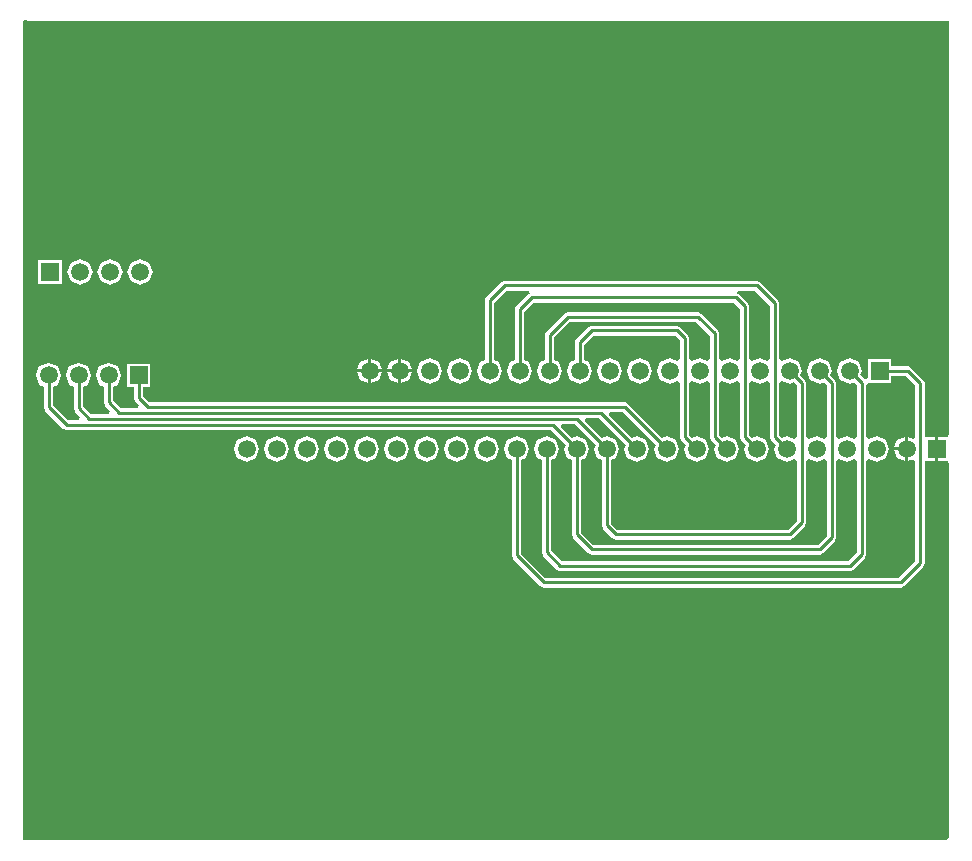
<source format=gtl>
%FSTAX23Y23*%
%MOIN*%
%SFA1B1*%

%IPPOS*%
%ADD10C,0.010000*%
%ADD11C,0.059055*%
%ADD12R,0.059055X0.059055*%
%LNee107_mcu_fpga_connector_board-1*%
%LPD*%
G36*
X01565Y04795D02*
X04635D01*
Y03419*
X04634Y03409*
X04625*
X046*
Y0337*
Y0333*
X04625*
X04634*
X04635Y0332*
Y02075*
X04625Y02065*
X0155*
Y04795*
X01555Y048*
X0156*
X01565Y04795*
G37*
%LNee107_mcu_fpga_connector_board-2*%
%LPC*%
G36*
X0449Y03365D02*
X04454D01*
X04464Y03339*
X0449Y03329*
Y03365*
G37*
G36*
X03095Y03412D02*
X03064Y034D01*
X03052Y0337*
X03064Y03339*
X03095Y03327*
X03125Y03339*
X03137Y0337*
X03125Y034*
X03095Y03412*
G37*
G36*
X02995D02*
X02964Y034D01*
X02952Y0337*
X02964Y03339*
X02995Y03327*
X03025Y03339*
X03037Y0337*
X03025Y034*
X02995Y03412*
G37*
G36*
X0449Y0341D02*
X04464Y034D01*
X04454Y03375*
X0449*
Y0341*
G37*
G36*
X03505Y03672D02*
X03474Y0366D01*
X03462Y0363*
X03474Y03599*
X03505Y03587*
X03535Y03599*
X03547Y0363*
X03535Y0366*
X03505Y03672*
G37*
G36*
X03005D02*
X02974Y0366D01*
X02962Y0363*
X02974Y03599*
X03005Y03587*
X03035Y03599*
X03047Y0363*
X03035Y0366*
X03005Y03672*
G37*
G36*
X02905D02*
X02874Y0366D01*
X02862Y0363*
X02874Y03599*
X02905Y03587*
X02935Y03599*
X02947Y0363*
X02935Y0366*
X02905Y03672*
G37*
G36*
X02495Y03412D02*
X02464Y034D01*
X02452Y0337*
X02464Y03339*
X02495Y03327*
X02525Y03339*
X02537Y0337*
X02525Y034*
X02495Y03412*
G37*
G36*
X02395D02*
X02364Y034D01*
X02352Y0337*
X02364Y03339*
X02395Y03327*
X02425Y03339*
X02437Y0337*
X02425Y034*
X02395Y03412*
G37*
G36*
X02295D02*
X02264Y034D01*
X02252Y0337*
X02264Y03339*
X02295Y03327*
X02325Y03339*
X02337Y0337*
X02325Y034*
X02295Y03412*
G37*
G36*
X02595D02*
X02564Y034D01*
X02552Y0337*
X02564Y03339*
X02595Y03327*
X02625Y03339*
X02637Y0337*
X02625Y034*
X02595Y03412*
G37*
G36*
X02895D02*
X02864Y034D01*
X02852Y0337*
X02864Y03339*
X02895Y03327*
X02925Y03339*
X02937Y0337*
X02925Y034*
X02895Y03412*
G37*
G36*
X02795D02*
X02764Y034D01*
X02752Y0337*
X02764Y03339*
X02795Y03327*
X02825Y03339*
X02837Y0337*
X02825Y034*
X02795Y03412*
G37*
G36*
X02695D02*
X02664Y034D01*
X02652Y0337*
X02664Y03339*
X02695Y03327*
X02725Y03339*
X02737Y0337*
X02725Y034*
X02695Y03412*
G37*
G36*
X03995Y03931D02*
X03155D01*
X03143Y03926*
X03093Y03876*
X03088Y03865*
Y03666*
X03074Y0366*
X03062Y0363*
X03074Y03599*
X03105Y03587*
X03135Y03599*
X03147Y0363*
X03135Y0366*
X03121Y03666*
Y03858*
X03161Y03898*
X03237*
X03239Y03888*
X03233Y03886*
X03193Y03846*
X03188Y03835*
Y03666*
X03174Y0366*
X03162Y0363*
X03174Y03599*
X03205Y03587*
X03235Y03599*
X03247Y0363*
X03235Y0366*
X03221Y03666*
Y03828*
X03251Y03858*
X03918*
X03938Y03838*
Y03669*
X03928Y03662*
X03905Y03672*
X03881Y03662*
X03871Y03669*
Y03755*
X03866Y03766*
X03811Y03821*
X038Y03826*
X03365*
X03353Y03821*
X03293Y03761*
X03288Y0375*
Y03666*
X03274Y0366*
X03262Y0363*
X03274Y03599*
X03305Y03587*
X03335Y03599*
X03347Y0363*
X03335Y0366*
X03321Y03666*
Y03743*
X03371Y03793*
X03793*
X03838Y03748*
Y03669*
X03828Y03662*
X03805Y03672*
X03781Y03662*
X03771Y03669*
Y0374*
X03766Y03751*
X03741Y03776*
X0373Y03781*
X03445*
X03433Y03776*
X03393Y03736*
X03388Y03725*
Y03666*
X03374Y0366*
X03362Y0363*
X03374Y03599*
X03405Y03587*
X03435Y03599*
X03447Y0363*
X03435Y0366*
X03421Y03666*
Y03718*
X03451Y03748*
X03723*
X03738Y03733*
Y03669*
X03728Y03662*
X03705Y03672*
X03674Y0366*
X03662Y0363*
X03674Y03599*
X03705Y03587*
X03728Y03597*
X03738Y0359*
Y0341*
X03743Y03398*
X03758Y03384*
X03752Y0337*
X03764Y03339*
X03795Y03327*
X03825Y03339*
X03837Y0337*
X03825Y034*
X03795Y03412*
X0378Y03406*
X03771Y03416*
Y0359*
X03781Y03597*
X03805Y03587*
X03828Y03597*
X03838Y0359*
Y0341*
X03843Y03398*
X03858Y03384*
X03852Y0337*
X03864Y03339*
X03895Y03327*
X03925Y03339*
X03937Y0337*
X03925Y034*
X03895Y03412*
X0388Y03406*
X03871Y03416*
Y0359*
X03881Y03597*
X03905Y03587*
X03928Y03597*
X03938Y0359*
Y0341*
X03943Y03398*
X03958Y03384*
X03952Y0337*
X03964Y03339*
X03995Y03327*
X04025Y03339*
X04037Y0337*
X04025Y034*
X03995Y03412*
X0398Y03406*
X03971Y03416*
Y0359*
X03981Y03597*
X04005Y03587*
X04028Y03597*
X04038Y0359*
Y0341*
X04043Y03398*
X04058Y03384*
X04052Y0337*
X04064Y03339*
X04095Y03327*
X04118Y03337*
X04128Y0333*
Y03131*
X04098Y03101*
X03531*
X03511Y03121*
Y03333*
X03525Y03339*
X03537Y0337*
X03525Y034*
X03495Y03412*
X0348Y03406*
X03423Y03464*
X03427Y03473*
X03468*
X03558Y03384*
X03552Y0337*
X03564Y03339*
X03595Y03327*
X03625Y03339*
X03637Y0337*
X03625Y034*
X03595Y03412*
X0358Y03406*
X03503Y03484*
X03507Y03493*
X03548*
X03658Y03384*
X03652Y0337*
X03664Y03339*
X03695Y03327*
X03725Y03339*
X03737Y0337*
X03725Y034*
X03695Y03412*
X0368Y03406*
X03566Y03521*
X03555Y03526*
X01971*
X01951Y03546*
Y03575*
X01974*
Y03654*
X01895*
Y03575*
X01918*
Y0354*
X01923Y03528*
X01936Y03515*
X01932Y03506*
X01876*
X01851Y03531*
Y03578*
X01865Y03584*
X01877Y03615*
X01865Y03645*
X01835Y03657*
X01804Y03645*
X01792Y03615*
X01804Y03584*
X01818Y03578*
Y03525*
X01823Y03513*
X01841Y03495*
X01837Y03486*
X01776*
X01751Y03511*
Y03578*
X01765Y03584*
X01777Y03615*
X01765Y03645*
X01735Y03657*
X01704Y03645*
X01692Y03615*
X01704Y03584*
X01718Y03578*
Y03505*
X01723Y03493*
X01741Y03475*
X01737Y03466*
X01701*
X01651Y03516*
Y03578*
X01665Y03584*
X01677Y03615*
X01665Y03645*
X01635Y03657*
X01604Y03645*
X01592Y03615*
X01604Y03584*
X01618Y03578*
Y0351*
X01623Y03498*
X01683Y03438*
X01695Y03433*
X03308*
X03358Y03384*
X03352Y0337*
X03364Y03339*
X03378Y03333*
Y03085*
X03383Y03073*
X03433Y03023*
X03445Y03018*
X04205*
X04216Y03023*
X04256Y03063*
X04261Y03075*
Y0333*
X04271Y03337*
X04295Y03327*
X04318Y03337*
X04328Y0333*
Y03026*
X04298Y02996*
X03346*
X03311Y03031*
Y03333*
X03325Y03339*
X03337Y0337*
X03325Y034*
X03295Y03412*
X03264Y034*
X03252Y0337*
X03264Y03339*
X03278Y03333*
Y03025*
X03283Y03013*
X03328Y02968*
X0334Y02963*
X04305*
X04316Y02968*
X04356Y03008*
X04361Y0302*
Y0333*
X04371Y03337*
X04395Y03327*
X04425Y03339*
X04437Y0337*
X04425Y034*
X04395Y03412*
X04371Y03402*
X04361Y03409*
Y03582*
X04365Y0359*
X04371Y0359*
X04444*
Y03613*
X04493*
X04523Y03583*
Y03409*
X04515Y03404*
X045Y0341*
Y0337*
Y03329*
X04515Y03335*
X04523Y0333*
Y02996*
X04468Y02941*
X03291*
X03211Y03021*
Y03333*
X03225Y03339*
X03237Y0337*
X03225Y034*
X03195Y03412*
X03164Y034*
X03152Y0337*
X03164Y03339*
X03178Y03333*
Y03015*
X03183Y03003*
X03273Y02913*
X03285Y02908*
X04475*
X04486Y02913*
X04551Y02978*
X04556Y0299*
Y0333*
X0459*
Y0337*
Y03409*
X04556*
Y0359*
X04551Y03601*
X04511Y03641*
X045Y03646*
X04444*
Y03669*
X04365*
Y03605*
X0436Y03603*
X04355Y03602*
X04341Y03615*
X04347Y0363*
X04335Y0366*
X04305Y03672*
X04274Y0366*
X04262Y0363*
X04274Y03599*
X04305Y03587*
X04319Y03593*
X04328Y03583*
Y03409*
X04318Y03402*
X04295Y03412*
X04271Y03402*
X04261Y03409*
Y0359*
X04256Y03601*
X04241Y03615*
X04247Y0363*
X04235Y0366*
X04205Y03672*
X04174Y0366*
X04162Y0363*
X04174Y03599*
X04205Y03587*
X04219Y03593*
X04228Y03583*
Y03409*
X04218Y03402*
X04195Y03412*
X04171Y03402*
X04161Y03409*
Y0359*
X04156Y03601*
X04141Y03615*
X04147Y0363*
X04135Y0366*
X04105Y03672*
X04081Y03662*
X04071Y03669*
Y03855*
X04066Y03866*
X04006Y03926*
X03995Y03931*
G37*
G36*
X0271Y0367D02*
Y03635D01*
X02745*
X02735Y0366*
X0271Y0367*
G37*
G36*
X0281D02*
Y03635D01*
X02845*
X02835Y0366*
X0281Y0367*
G37*
G36*
X0174Y04002D02*
X01709Y0399D01*
X01697Y0396*
X01709Y03929*
X0174Y03917*
X0177Y03929*
X01782Y0396*
X0177Y0399*
X0174Y04002*
G37*
G36*
X01679Y03999D02*
X016D01*
Y0392*
X01679*
Y03999*
G37*
G36*
X0194Y04002D02*
X01909Y0399D01*
X01897Y0396*
X01909Y03929*
X0194Y03917*
X0197Y03929*
X01982Y0396*
X0197Y0399*
X0194Y04002*
G37*
G36*
X0184D02*
X01809Y0399D01*
X01797Y0396*
X01809Y03929*
X0184Y03917*
X0187Y03929*
X01882Y0396*
X0187Y0399*
X0184Y04002*
G37*
G36*
X027Y0367D02*
X02674Y0366D01*
X02664Y03635*
X027*
Y0367*
G37*
G36*
X03605Y03672D02*
X03574Y0366D01*
X03562Y0363*
X03574Y03599*
X03605Y03587*
X03635Y03599*
X03647Y0363*
X03635Y0366*
X03605Y03672*
G37*
G36*
X028Y03625D02*
X02764D01*
X02774Y03599*
X028Y03589*
Y03625*
G37*
G36*
X027D02*
X02664D01*
X02674Y03599*
X027Y03589*
Y03625*
G37*
G36*
X02845D02*
X0281D01*
Y03589*
X02835Y03599*
X02845Y03625*
G37*
G36*
X028Y0367D02*
X02774Y0366D01*
X02764Y03635*
X028*
Y0367*
G37*
G36*
X02745Y03625D02*
X0271D01*
Y03589*
X02735Y03599*
X02745Y03625*
G37*
%LNee107_mcu_fpga_connector_board-3*%
%LPD*%
G36*
X03458Y03384D02*
X03452Y0337D01*
X03464Y03339*
X03478Y03333*
Y03115*
X03483Y03103*
X03513Y03073*
X03525Y03068*
X04105*
X04116Y03073*
X04156Y03113*
X04161Y03125*
Y0333*
X04171Y03337*
X04195Y03327*
X04218Y03337*
X04228Y0333*
Y03081*
X04198Y03051*
X03451*
X03411Y03091*
Y03333*
X03425Y03339*
X03437Y0337*
X03425Y034*
X03395Y03412*
X0338Y03406*
X03343Y03444*
X03347Y03453*
X03388*
X03458Y03384*
G37*
G36*
X04038Y03848D02*
Y03669D01*
X04028Y03662*
X04005Y03672*
X03981Y03662*
X03971Y03669*
Y03845*
X03966Y03856*
X03936Y03886*
X0393Y03888*
X03932Y03898*
X03988*
X04038Y03848*
G37*
G36*
X04105Y03587D02*
X04119Y03593D01*
X04128Y03583*
Y03409*
X04118Y03402*
X04095Y03412*
X0408Y03406*
X04071Y03416*
Y0359*
X04081Y03597*
X04105Y03587*
G37*
G54D10*
X01935Y0354D02*
Y03615D01*
Y0354D02*
X01965Y0351D01*
X03555*
X03695Y0337*
X01835Y03525D02*
Y03615D01*
Y03525D02*
X0187Y0349D01*
X03475*
X03595Y0337*
X01735Y03505D02*
Y03615D01*
Y03505D02*
X0177Y0347D01*
X03395*
X03495Y0337*
X01635Y0351D02*
Y03615D01*
Y0351D02*
X01695Y0345D01*
X03315*
X03395Y0337*
X03285Y02925D02*
X04475D01*
X0454Y0299*
Y0359*
X045Y0363D02*
X0454Y0359D01*
X04405Y0363D02*
X045D01*
X03755Y0341D02*
X03795Y0337D01*
X03755Y0341D02*
Y0374D01*
X0373Y03765D02*
X03755Y0374D01*
X03445Y03765D02*
X0373D01*
X03405Y03725D02*
X03445Y03765D01*
X03405Y0363D02*
Y03725D01*
X03855Y0341D02*
X03895Y0337D01*
X03855Y0341D02*
Y03755D01*
X038Y0381D02*
X03855Y03755D01*
X03365Y0381D02*
X038D01*
X03305Y0375D02*
X03365Y0381D01*
X03305Y0363D02*
Y0375D01*
X03955Y0341D02*
X03995Y0337D01*
X03955Y0341D02*
Y03845D01*
X03925Y03875D02*
X03955Y03845D01*
X03245Y03875D02*
X03925D01*
X03205Y03835D02*
X03245Y03875D01*
X03205Y0363D02*
Y03835D01*
X04055Y0341D02*
X04095Y0337D01*
X04055Y0341D02*
Y03855D01*
X03995Y03915D02*
X04055Y03855D01*
X03155Y03915D02*
X03995D01*
X03105Y03865D02*
X03155Y03915D01*
X03105Y0363D02*
Y03865D01*
X04105Y0363D02*
X04145Y0359D01*
Y03125D02*
Y0359D01*
X04105Y03085D02*
X04145Y03125D01*
X03525Y03085D02*
X04105D01*
X03495Y03115D02*
X03525Y03085D01*
X03495Y03115D02*
Y0337D01*
X04205Y0363D02*
X04245Y0359D01*
Y03075D02*
Y0359D01*
X04205Y03035D02*
X04245Y03075D01*
X03445Y03035D02*
X04205D01*
X03395Y03085D02*
X03445Y03035D01*
X03395Y03085D02*
Y0337D01*
X04305Y0363D02*
X04345Y0359D01*
Y0302D02*
Y0359D01*
X04305Y0298D02*
X04345Y0302D01*
X0334Y0298D02*
X04305D01*
X03295Y03025D02*
X0334Y0298D01*
X03295Y03025D02*
Y0337D01*
X03195Y03015D02*
X03285Y02925D01*
X03195Y03015D02*
Y0337D01*
G54D11*
X01635Y03615D03*
X01735D03*
X01835D03*
X0194Y0396D03*
X0184D03*
X0174D03*
X02295Y0337D03*
X02395D03*
X02495D03*
X02595D03*
X02695D03*
X02795D03*
X02895D03*
X02995D03*
X03095D03*
X03195D03*
X03295D03*
X03395D03*
X03495D03*
X03595D03*
X03695D03*
X03795D03*
X03895D03*
X03995D03*
X04095D03*
X04195D03*
X04295D03*
X04395D03*
X04495D03*
X02705Y0363D03*
X02805D03*
X02905D03*
X03005D03*
X03105D03*
X03205D03*
X03305D03*
X03405D03*
X03505D03*
X03605D03*
X03705D03*
X03805D03*
X03905D03*
X04005D03*
X04105D03*
X04205D03*
X04305D03*
G54D12*
X01935Y03615D03*
X0164Y0396D03*
X04595Y0337D03*
X04405Y0363D03*
M02*
</source>
